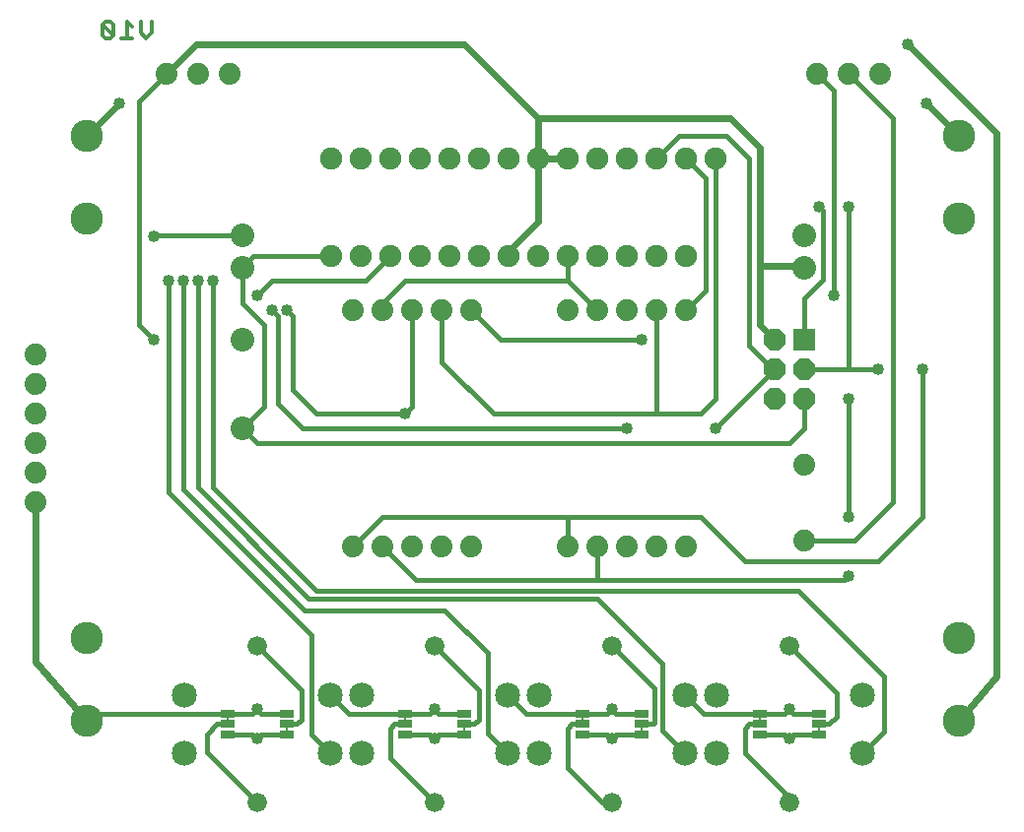
<source format=gbr>
G04 EAGLE Gerber RS-274X export*
G75*
%MOMM*%
%FSLAX34Y34*%
%LPD*%
%INBottom Copper*%
%IPPOS*%
%AMOC8*
5,1,8,0,0,1.08239X$1,22.5*%
G01*
%ADD10C,0.355600*%
%ADD11C,1.879600*%
%ADD12C,2.781300*%
%ADD13R,1.879600X1.879600*%
%ADD14P,2.034460X8X292.500000*%
%ADD15C,2.032000*%
%ADD16C,1.905000*%
%ADD17C,2.159000*%
%ADD18C,1.676400*%
%ADD19R,1.270000X0.635000*%
%ADD20C,0.609600*%
%ADD21C,0.406400*%
%ADD22C,1.016000*%
%ADD23C,0.203200*%


D10*
X112522Y692924D02*
X112522Y683433D01*
X107777Y678688D01*
X103031Y683433D01*
X103031Y692924D01*
X96150Y688179D02*
X91405Y692924D01*
X91405Y678688D01*
X96150Y678688D02*
X86660Y678688D01*
X79779Y681061D02*
X79779Y690551D01*
X77406Y692924D01*
X72661Y692924D01*
X70288Y690551D01*
X70288Y681061D01*
X72661Y678688D01*
X77406Y678688D01*
X79779Y681061D01*
X70288Y690551D01*
D11*
X179578Y647700D03*
X152400Y647700D03*
X125222Y647700D03*
X684022Y647700D03*
X711200Y647700D03*
X738378Y647700D03*
D12*
X57150Y91440D03*
X57150Y162560D03*
X57150Y594360D03*
X57150Y523240D03*
D11*
X673100Y311900D03*
X673100Y246900D03*
D13*
X673100Y419100D03*
D14*
X647700Y419100D03*
X673100Y393700D03*
X647700Y393700D03*
X673100Y368300D03*
X647700Y368300D03*
D15*
X190500Y509270D03*
X190500Y481330D03*
D11*
X12700Y406400D03*
X12700Y381000D03*
X12700Y355600D03*
X12700Y330200D03*
X12700Y304800D03*
X12700Y279400D03*
D15*
X190500Y342900D03*
X190500Y419100D03*
D12*
X806450Y594360D03*
X806450Y523240D03*
X806450Y91440D03*
X806450Y162560D03*
D15*
X673100Y509270D03*
X673100Y481330D03*
D16*
X266700Y490855D03*
X292100Y490855D03*
X317500Y490855D03*
X342900Y490855D03*
X368300Y490855D03*
X393700Y490855D03*
X419100Y490855D03*
X444500Y490855D03*
X469900Y490855D03*
X495300Y490855D03*
X520700Y490855D03*
X546100Y490855D03*
X571500Y490855D03*
X596900Y575310D03*
X571500Y575310D03*
X546100Y575310D03*
X520700Y575310D03*
X495300Y575310D03*
X469900Y575310D03*
X444500Y575310D03*
X419100Y575310D03*
X393700Y575310D03*
X368300Y575310D03*
X342900Y575310D03*
X317500Y575310D03*
X292100Y575310D03*
X266700Y575310D03*
D17*
X140700Y113900D03*
X265700Y113900D03*
X140700Y63900D03*
X265700Y63900D03*
D18*
X203200Y156400D03*
X203200Y21400D03*
D17*
X293100Y113900D03*
X418100Y113900D03*
X293100Y63900D03*
X418100Y63900D03*
D18*
X355600Y156400D03*
X355600Y21400D03*
D17*
X445500Y113900D03*
X570500Y113900D03*
X445500Y63900D03*
X570500Y63900D03*
D18*
X508000Y156400D03*
X508000Y21400D03*
D17*
X597900Y113900D03*
X722900Y113900D03*
X597900Y63900D03*
X722900Y63900D03*
D18*
X660400Y156400D03*
X660400Y21400D03*
D11*
X387350Y444500D03*
X361950Y444500D03*
X336550Y444500D03*
X311150Y444500D03*
X285750Y444500D03*
X285750Y241300D03*
X311150Y241300D03*
X336550Y241300D03*
X361950Y241300D03*
X387350Y241300D03*
X571500Y444500D03*
X546100Y444500D03*
X520700Y444500D03*
X495300Y444500D03*
X469900Y444500D03*
X469900Y241300D03*
X495300Y241300D03*
X520700Y241300D03*
X546100Y241300D03*
X571500Y241300D03*
D19*
X177800Y80010D03*
X177800Y88900D03*
X177800Y97790D03*
X228600Y97790D03*
X228600Y88900D03*
X228600Y80010D03*
X330200Y80010D03*
X330200Y88900D03*
X330200Y97790D03*
X381000Y97790D03*
X381000Y88900D03*
X381000Y80010D03*
X482600Y80010D03*
X482600Y88900D03*
X482600Y97790D03*
X533400Y97790D03*
X533400Y88900D03*
X533400Y80010D03*
X635000Y80010D03*
X635000Y88900D03*
X635000Y97790D03*
X685800Y97790D03*
X685800Y88900D03*
X685800Y80010D03*
D20*
X57150Y91440D02*
X12700Y142240D01*
X12700Y279400D01*
D21*
X63500Y97790D02*
X57150Y91440D01*
X63500Y97790D02*
X177800Y97790D01*
X199390Y97790D01*
X160020Y64580D02*
X203200Y21400D01*
X160020Y64580D02*
X160020Y80010D01*
X168910Y88900D01*
X177800Y88900D01*
X330200Y97790D02*
X351790Y97790D01*
X330200Y88900D02*
X321310Y88900D01*
X317500Y85090D01*
X317500Y59500D01*
X355600Y21400D01*
X330200Y97790D02*
X281810Y97790D01*
X265700Y113900D01*
D22*
X203200Y101600D03*
D21*
X199390Y97790D01*
X207010Y97790D02*
X228600Y97790D01*
X207010Y97790D02*
X203200Y101600D01*
D22*
X355600Y101600D03*
D21*
X351790Y97790D01*
X359410Y97790D02*
X381000Y97790D01*
X359410Y97790D02*
X355600Y101600D01*
X434210Y97790D02*
X482600Y97790D01*
X434210Y97790D02*
X418100Y113900D01*
X482600Y97790D02*
X504190Y97790D01*
X508000Y101600D01*
D22*
X508000Y101600D03*
D21*
X508000Y21400D02*
X499300Y21400D01*
X469900Y50800D01*
X473710Y88900D02*
X482600Y88900D01*
X473710Y88900D02*
X469900Y85090D01*
X469900Y50800D01*
X660400Y25400D02*
X660400Y21400D01*
X660400Y25400D02*
X622300Y63500D01*
X626110Y88900D02*
X635000Y88900D01*
X626110Y88900D02*
X622300Y85090D01*
X622300Y63500D01*
X635000Y97790D02*
X586610Y97790D01*
X570500Y113900D01*
X635000Y97790D02*
X656590Y97790D01*
X660400Y101600D01*
D22*
X660400Y101600D03*
D21*
X533400Y97790D02*
X511810Y97790D01*
X508000Y101600D01*
X664210Y97790D02*
X685800Y97790D01*
X664210Y97790D02*
X660400Y101600D01*
D23*
X177800Y97790D02*
X177800Y88900D01*
X330200Y88900D02*
X330200Y97790D01*
X482600Y97790D02*
X482600Y88900D01*
X635000Y88900D02*
X635000Y97790D01*
D20*
X469900Y575310D02*
X444500Y575310D01*
X444500Y520700D01*
X419100Y495300D01*
X419100Y490855D01*
X444500Y609600D02*
X609600Y609600D01*
X444500Y609600D02*
X444500Y575310D01*
X635000Y431800D02*
X647700Y419100D01*
X635000Y431800D02*
X635000Y482600D01*
X635000Y584200D01*
X444500Y609600D02*
X381000Y673100D01*
X150622Y673100D01*
X125222Y647700D01*
X609600Y609600D02*
X635000Y584200D01*
X671830Y482600D02*
X673100Y481330D01*
X671830Y482600D02*
X635000Y482600D01*
D22*
X114300Y419100D03*
D21*
X101600Y431800D01*
X101600Y624078D01*
X125222Y647700D01*
D20*
X806450Y91440D02*
X838200Y129540D01*
X838200Y596900D01*
X762000Y673100D01*
D22*
X762000Y673100D03*
D21*
X673100Y368300D02*
X673100Y342900D01*
X660400Y330200D01*
X203200Y330200D01*
X200025Y490855D02*
X266700Y490855D01*
X200025Y490855D02*
X190500Y481330D01*
X190500Y450850D01*
X209550Y431800D01*
X209550Y361950D01*
X190500Y342900D01*
X203200Y330200D01*
X190500Y509270D02*
X115570Y509270D01*
X114300Y508000D01*
D22*
X114300Y508000D03*
D21*
X296545Y469900D02*
X317500Y490855D01*
D22*
X203200Y457200D03*
D21*
X215900Y469900D01*
X296545Y469900D01*
D20*
X778510Y622300D02*
X806450Y594360D01*
X85090Y622300D02*
X57150Y594360D01*
D22*
X85090Y622300D03*
X778510Y622300D03*
X203200Y76200D03*
D21*
X199390Y80010D01*
X177800Y80010D01*
X207010Y80010D02*
X228600Y80010D01*
X207010Y80010D02*
X203200Y76200D01*
X228600Y88900D02*
X237490Y88900D01*
X241300Y92710D01*
X241300Y118300D01*
X203200Y156400D01*
D23*
X228600Y88900D02*
X228600Y80010D01*
D21*
X330200Y80010D02*
X351790Y80010D01*
X355600Y76200D01*
D22*
X355600Y76200D03*
D21*
X359410Y80010D02*
X381000Y80010D01*
X359410Y80010D02*
X355600Y76200D01*
X381000Y88900D02*
X389890Y88900D01*
X393700Y92710D01*
X393700Y118300D01*
X355600Y156400D01*
D23*
X381000Y88900D02*
X381000Y80010D01*
D21*
X482600Y80010D02*
X504190Y80010D01*
X508000Y76200D01*
D22*
X508000Y76200D03*
D21*
X544830Y119570D02*
X508000Y156400D01*
X544830Y119570D02*
X544830Y90170D01*
X533400Y80010D02*
X511810Y80010D01*
X508000Y76200D01*
D23*
X533400Y80010D02*
X533400Y88900D01*
D21*
X543560Y88900D02*
X544830Y90170D01*
X543560Y88900D02*
X533400Y88900D01*
X685800Y88900D02*
X694690Y88900D01*
X701040Y95250D01*
X701040Y115760D01*
X660400Y156400D01*
X664210Y80010D02*
X685800Y80010D01*
X664210Y80010D02*
X660400Y76200D01*
D22*
X660400Y76200D03*
D21*
X656590Y80010D02*
X635000Y80010D01*
X656590Y80010D02*
X660400Y76200D01*
D23*
X685800Y80010D02*
X685800Y88900D01*
D22*
X127000Y469900D03*
D21*
X127000Y288290D01*
X250190Y79410D02*
X265700Y63900D01*
X250190Y79410D02*
X250190Y165100D01*
X127000Y288290D01*
D22*
X139700Y469900D03*
D21*
X139700Y290830D01*
X401320Y80680D02*
X418100Y63900D01*
X401320Y80680D02*
X401320Y149860D01*
X364490Y186690D01*
X243840Y186690D01*
X139700Y290830D01*
X152400Y292100D02*
X247650Y196850D01*
X152400Y292100D02*
X152400Y469900D01*
D22*
X152400Y469900D03*
D21*
X551180Y83220D02*
X570500Y63900D01*
X551180Y83220D02*
X551180Y140970D01*
X495300Y196850D01*
X247650Y196850D01*
X254000Y203200D02*
X165100Y292100D01*
X165100Y469900D01*
D22*
X165100Y469900D03*
D21*
X722900Y63900D02*
X741680Y82680D01*
X741680Y129540D01*
X668020Y203200D01*
X254000Y203200D01*
X596900Y368300D02*
X596900Y575310D01*
X584200Y355600D02*
X546100Y355600D01*
X406400Y355600D01*
X584200Y355600D02*
X596900Y368300D01*
X406400Y355600D02*
X361950Y400050D01*
X361950Y444500D01*
X546100Y444500D02*
X546100Y355600D01*
D22*
X533400Y419100D03*
D21*
X412750Y419100D01*
X387350Y444500D01*
X571500Y575310D02*
X588264Y558546D01*
X588264Y461264D01*
X571500Y444500D01*
X626110Y414020D02*
X626110Y575056D01*
X626110Y414020D02*
X646430Y393700D01*
X647700Y393700D01*
X646430Y393700D02*
X646430Y392430D01*
X596900Y342900D01*
D22*
X596900Y342900D03*
D21*
X546100Y575310D02*
X565658Y594868D01*
X606298Y594868D01*
X626110Y575056D01*
D22*
X685800Y533400D03*
X711200Y368300D03*
D21*
X711200Y266700D01*
D22*
X711200Y266700D03*
X711200Y215900D03*
D21*
X339725Y212725D02*
X311150Y241300D01*
X685800Y533400D02*
X689102Y530098D01*
X689102Y470662D01*
X673100Y454660D01*
X673100Y419100D01*
X711200Y215900D02*
X708025Y212725D01*
X495300Y212725D01*
X339725Y212725D01*
X495300Y212725D02*
X495300Y241300D01*
D22*
X711200Y533400D03*
D21*
X711200Y393700D01*
X469900Y266700D02*
X311150Y266700D01*
X469900Y266700D02*
X584200Y266700D01*
X622300Y228600D01*
X736600Y228600D01*
X774700Y266700D01*
X774700Y393700D01*
D22*
X774700Y393700D03*
X736600Y393700D03*
D21*
X711200Y393700D01*
X673100Y393700D01*
X311150Y266700D02*
X285750Y241300D01*
X469900Y241300D02*
X469900Y266700D01*
X469900Y469900D02*
X469900Y490855D01*
X469900Y469900D02*
X495300Y444500D01*
X311150Y444500D02*
X311150Y450850D01*
X330200Y469900D01*
X469900Y469900D01*
X254000Y355600D02*
X233680Y375920D01*
X254000Y355600D02*
X330200Y355600D01*
D22*
X330200Y355600D03*
D21*
X233680Y375920D02*
X233680Y439420D01*
X228600Y444500D01*
D22*
X228600Y444500D03*
D21*
X336550Y444500D02*
X336550Y361950D01*
X330200Y355600D01*
D22*
X520700Y342900D03*
D21*
X220980Y364490D02*
X220980Y439420D01*
X242570Y342900D02*
X520700Y342900D01*
X220980Y439420D02*
X215900Y444500D01*
D22*
X215900Y444500D03*
D21*
X220980Y364490D02*
X242570Y342900D01*
X749300Y279400D02*
X749300Y609600D01*
X749300Y279400D02*
X716800Y246900D01*
X673100Y246900D01*
X749300Y609600D02*
X711200Y647700D01*
X698500Y633222D02*
X698500Y457200D01*
D22*
X698500Y457200D03*
D21*
X698500Y633222D02*
X684022Y647700D01*
M02*

</source>
